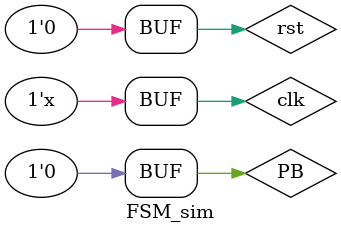
<source format=sv>
`timescale 1ns / 1ps


module FSM_sim();
  logic clk, rst, PB;
  logic IncPulse_out;


  FSM test_FSM(
  .clk(clk),
  .rst(rst),
  .pressed_status(PB),
  .IncPulse_out(IncPulse_out)
  );

  always #1 clk=~clk;

  initial begin
    clk = 1'b0;
    rst = 1'b0;
    PB = 1'b0;
    #50
    rst = 1'b1;
    #30
    rst = 1'b0;
    #50
    PB = 1'b1;
    #10
    PB = 1'b0;
    #50
    PB = 1'b1;
    #500
    PB = 1'b0;
  end
endmodule

</source>
